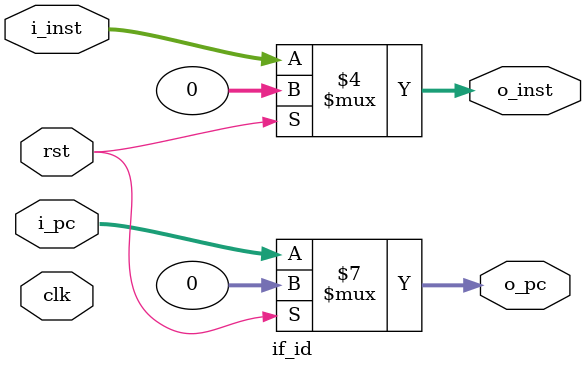
<source format=v>
`timescale 1ns / 1ps


module if_id(
    input wire rst,
    input wire clk,
    
    input wire[31:0] i_pc,
    input wire[31:0] i_inst,
    
    output reg[31:0] o_pc,
    output reg[31:0] o_inst
    );

always @(*)
begin
    if (rst == 1'b1)
        begin
            o_pc <= 32'h0;
            o_inst <= 32'h0;
        end
    else
        begin
            o_pc <= i_pc;
            o_inst <= i_inst;
        end
end

endmodule

</source>
